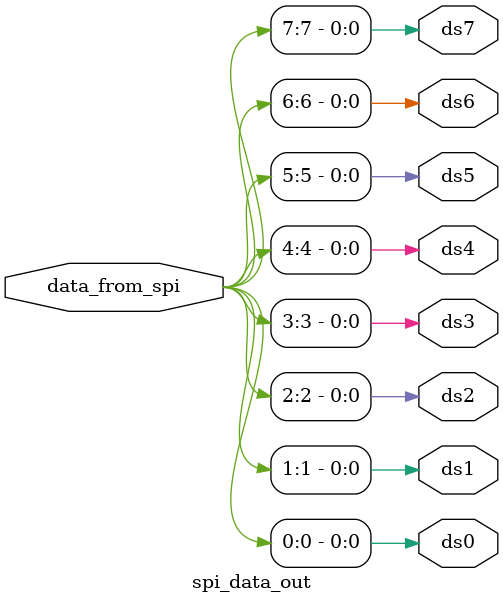
<source format=v>


module spi_data_out( data_from_spi,ds0, ds1,ds2,ds3,ds4,ds5,ds6,ds7 );
input [7:0] data_from_spi;
output ds0,ds1,ds2,ds3,ds4,ds5,ds6,ds7;

assign ds0 = data_from_spi[0];
assign ds1 = data_from_spi[1];
assign ds2 = data_from_spi[2];
assign ds3 = data_from_spi[3];
assign ds4 = data_from_spi[4];
assign ds5 = data_from_spi[5];
assign ds6 = data_from_spi[6];
assign ds7 = data_from_spi[7];

endmodule


</source>
